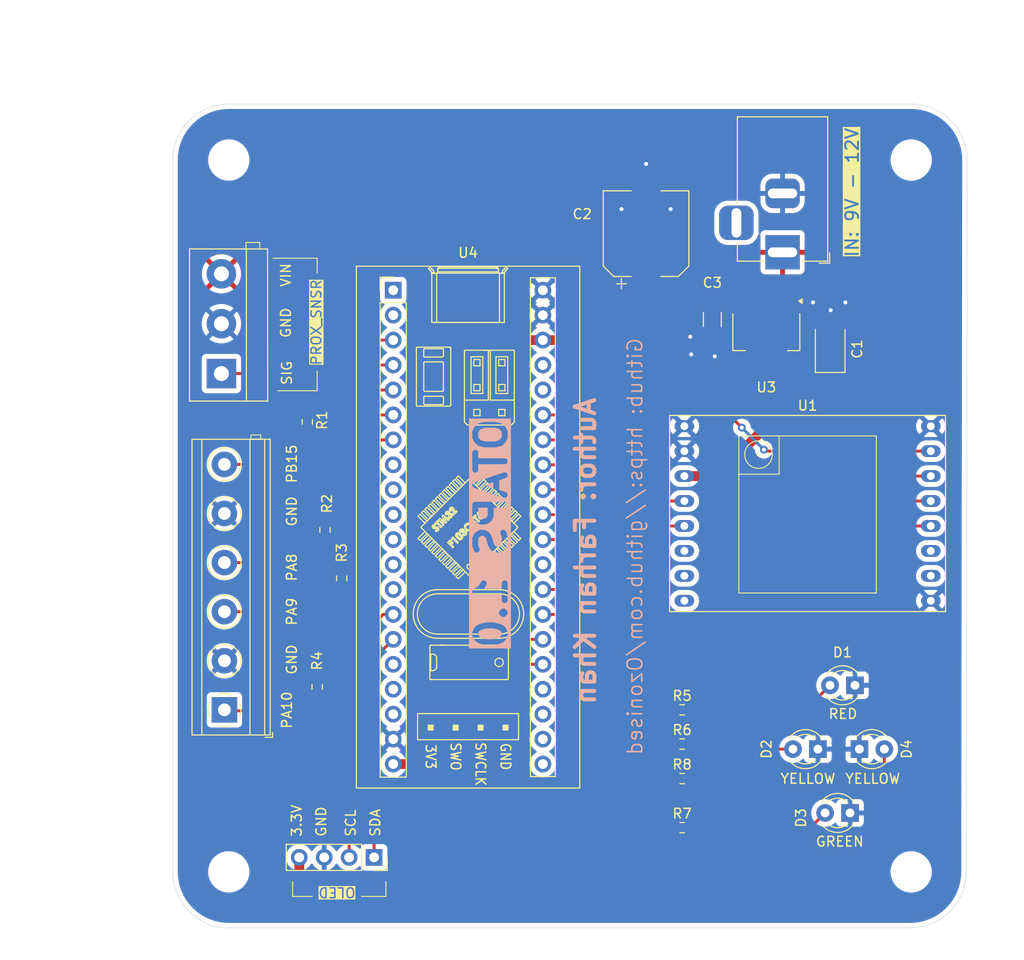
<source format=kicad_pcb>
(kicad_pcb (version 20240108) (generator "pcbnew") (generator_version "8.0")
  (title_block (title "OTAPS (Open Source Train Accident Prevention System)") (date "2024-07-20") (rev "1") (company "Ozonised") (comment 2 "License: GNU General Public License version 3") (comment 3 "Github: https://github.com/Ozonised/OTAPS") (comment 4 "Author: Farhan Khan"))
  (layers (0 "F.Cu" signal) (31 "B.Cu" power) (34 "B.Paste" user) (35 "F.Paste" user) (36 "B.SilkS" user "B.Silkscreen") (37 "F.SilkS" user "F.Silkscreen") (38 "B.Mask" user) (39 "F.Mask" user) (44 "Edge.Cuts" user))
  (net 0 "")
  (net 1 "GND")
  (net 2 "+3.3V")
  (net 3 "VIN")
  (net 4 "/LED_RED")
  (net 5 "/LED_YELLOW1")
  (net 6 "/LED_GREEN")
  (net 7 "/LED_YELLOW2")
  (net 8 "/I2C_SDA")
  (net 9 "/I2C_SCL")
  (net 10 "/PROX_SNSR_OUT")
  (net 11 "/PB15")
  (net 12 "/PA8")
  (net 13 "/PA10")
  (net 14 "/PA9")
  (net 15 "/PB15R")
  (net 16 "/PA8R")
  (net 17 "/PA9R")
  (net 18 "/PA10R")
  (net 19 "/R_RED")
  (net 20 "/R_YELLOW1")
  (net 21 "/R_GREEN")
  (net 22 "/R_YELLOW2")
  (net 25 "/SPI_SCK")
  (net 26 "/LORA_NSS")
  (net 27 "/SPI_MISO")
  (net 29 "/LORA_DIO0")
  (net 30 "/SPI_MOSI")
  (net 33 "/LORA_RST")
  (footprint "Package_TO_SOT_SMD:SOT-223-3_TabPin2" (layer "F.Cu") (at 170.25 73.5 -90)
    (property "Reference" "U3" (at 5.65 0 0) (layer "F.SilkS"))
    (property "Value" "AMS1117-3.3")
    (pad "1" smd roundrect (at -3.15 -2.3 270) (size 2 1.5) (layers "F.Cu" "F.Paste" "F.Mask") (net 1 "GND"))
    (pad "2" smd roundrect (at -3.15 0 270) (size 2 1.5) (layers "F.Cu" "F.Paste" "F.Mask") (net 2 "+3.3V"))
    (pad "2" smd roundrect (at 3.15 0 270) (size 2 3.8) (layers "F.Cu" "F.Paste" "F.Mask") (net 2 "+3.3V"))
    (pad "3" smd roundrect (at -3.15 2.3 270) (size 2 1.5) (layers "F.Cu" "F.Paste" "F.Mask") (net 3 "VIN"))
  )
  (footprint "BluePill:YAAJ_BluePill_1" (layer "F.Cu") (at 132.25 69.26)
    (property "Reference" "U4" (at 7.62 -3.81 0) (layer "F.SilkS"))
    (property "Value" "YAAJ_BluePill_Part_Like" (hide yes))
    (fp_text user "SWO" (at 6.35 47.498 -90) (layer "F.SilkS") (effects (font (size 1 0.9))))
    (fp_text user "GND" (at 11.43 47.498 -90) (layer "F.SilkS") (effects (font (size 1 0.9))))
    (fp_text user "SWCLK" (at 8.89 48.26 -90) (layer "F.SilkS") (effects (font (size 1 0.9))))
    (fp_text user "3V3" (at 3.81 47.498 -90) (layer "F.SilkS") (effects (font (size 1 0.9))))
    (pad "1" thru_hole rect (at 0 0) (size 1.7 1.7) (drill 1) (layers "*.Cu" "*.Mask"))
    (pad "2" thru_hole circle (at 0 2.54) (size 1.7 1.7) (drill 1) (layers "*.Cu" "*.Mask"))
    (pad "3" thru_hole circle (at 0 5.08) (size 1.7 1.7) (drill 1) (layers "*.Cu" "*.Mask") (net 10 "/PROX_SNSR_OUT"))
    (pad "4" thru_hole circle (at 0 7.62) (size 1.7 1.7) (drill 1) (layers "*.Cu" "*.Mask") (net 15 "/PB15R"))
    (pad "5" thru_hole circle (at 0 10.16) (size 1.7 1.7) (drill 1) (layers "*.Cu" "*.Mask") (net 16 "/PA8R"))
    (pad "6" thru_hole circle (at 0 12.7) (size 1.7 1.7) (drill 1) (layers "*.Cu" "*.Mask") (net 17 "/PA9R"))
    (pad "7" thru_hole circle (at 0 15.24) (size 1.7 1.7) (drill 1) (layers "*.Cu" "*.Mask") (net 18 "/PA10R"))
    (pad "8" thru_hole circle (at 0 17.78) (size 1.7 1.7) (drill 1) (layers "*.Cu" "*.Mask"))
    (pad "9" thru_hole circle (at 0 20.32) (size 1.7 1.7) (drill 1) (layers "*.Cu" "*.Mask"))
    (pad "10" thru_hole circle (at 0 22.86) (size 1.7 1.7) (drill 1) (layers "*.Cu" "*.Mask"))
    (pad "11" thru_hole circle (at 0 25.4) (size 1.7 1.7) (drill 1) (layers "*.Cu" "*.Mask"))
    (pad "12" thru_hole circle (at 0 27.94) (size 1.7 1.7) (drill 1) (layers "*.Cu" "*.Mask"))
    (pad "13" thru_hole circle (at 0 30.48) (size 1.7 1.7) (drill 1) (layers "*.Cu" "*.Mask"))
    (pad "14" thru_hole circle (at 0 33.02) (size 1.7 1.7) (drill 1) (layers "*.Cu" "*.Mask") (net 9 "/I2C_SCL"))
    (pad "15" thru_hole circle (at 0 35.56) (size 1.7 1.7) (drill 1) (layers "*.Cu" "*.Mask") (net 8 "/I2C_SDA"))
    (pad "16" thru_hole circle (at 0 38.1) (size 1.7 1.7) (drill 1) (layers "*.Cu" "*.Mask"))
    (pad "17" thru_hole circle (at 0 40.64) (size 1.7 1.7) (drill 1) (layers "*.Cu" "*.Mask"))
    (pad "18" thru_hole circle (at 0 43.18) (size 1.7 1.7) (drill 1) (layers "*.Cu" "*.Mask"))
    (pad "19" thru_hole circle (at 0 45.72) (size 1.7 1.7) (drill 1) (layers "*.Cu" "*.Mask") (net 1 "GND"))
    (pad "20" thru_hole circle (at 0 48.26) (size 1.7 1.7) (drill 1) (layers "*.Cu" "*.Mask") (net 2 "+3.3V"))
    (pad "21" thru_hole circle (at 15.24 48.26) (size 1.7 1.7) (drill 1) (layers "*.Cu" "*.Mask"))
    (pad "22" thru_hole circle (at 15.24 45.72) (size 1.7 1.7) (drill 1) (layers "*.Cu" "*.Mask"))
    (pad "23" thru_hole circle (at 15.24 43.18) (size 1.7 1.7) (drill 1) (layers "*.Cu" "*.Mask"))
    (pad "24" thru_hole circle (at 15.24 40.64) (size 1.7 1.7) (drill 1) (layers "*.Cu" "*.Mask"))
    (pad "25" thru_hole circle (at 15.24 38.1) (size 1.7 1.7) (drill 1) (layers "*.Cu" "*.Mask") (net 22 "/R_YELLOW2"))
    (pad "26" thru_hole circle (at 15.24 35.56) (size 1.7 1.7) (drill 1) (layers "*.Cu" "*.Mask") (net 21 "/R_GREEN"))
    (pad "27" thru_hole circle (at 15.24 33.02) (size 1.7 1.7) (drill 1) (layers "*.Cu" "*.Mask") (net 20 "/R_YELLOW1"))
    (pad "28" thru_hole circle (at 15.24 30.48) (size 1.7 1.7) (drill 1) (layers "*.Cu" "*.Mask") (net 19 "/R_RED"))
    (pad "29" thru_hole circle (at 15.24 27.94) (size 1.7 1.7) (drill 1) (layers "*.Cu" "*.Mask"))
    (pad "30" thru_hole circle (at 15.24 25.4) (size 1.7 1.7) (drill 1) (layers "*.Cu" "*.Mask") (net 25 "/SPI_SCK"))
    (pad "31" thru_hole circle (at 15.24 22.86) (size 1.7 1.7) (drill 1) (layers "*.Cu" "*.Mask") (net 27 "/SPI_MISO"))
    (pad "32" thru_hole circle (at 15.24 20.32) (size 1.7 1.7) (drill 1) (layers "*.Cu" "*.Mask") (net 30 "/SPI_MOSI"))
    (pad "33" thru_hole circle (at 15.24 17.78) (size 1.7 1.7) (drill 1) (layers "*.Cu" "*.Mask") (net 29 "/LORA_DIO0"))
    (pad "34" thru_hole circle (at 15.24 15.24) (size 1.7 1.7) (drill 1) (layers "*.Cu" "*.Mask") (net 33 "/LORA_RST"))
    (pad "35" thru_hole circle (at 15.24 12.7) (size 1.7 1.7) (drill 1) (layers "*.Cu" "*.Mask") (net 26 "/LORA_NSS"))
    (pad "36" thru_hole circle (at 15.24 10.16) (size 1.7 1.7) (drill 1) (layers "*.Cu" "*.Mask"))
    (pad "37" thru_hole circle (at 15.24 7.62) (size 1.7 1.7) (drill 1) (layers "*.Cu" "*.Mask"))
    (pad "38" thru_hole circle (at 15.24 5.08) (size 1.7 1.7) (drill 1) (layers "*.Cu" "*.Mask") (net 2 "+3.3V"))
    (pad "39" thru_hole circle (at 15.24 2.54) (size 1.7 1.7) (drill 1) (layers "*.Cu" "*.Mask") (net 1 "GND"))
    (pad "40" thru_hole circle (at 15.24 0) (size 1.7 1.7) (drill 1) (layers "*.Cu" "*.Mask") (net 1 "GND"))
  )
  (footprint "LED_THT:LED_D3.0mm" (layer "F.Cu") (at 178.775 122.5 180)
    (property "Reference" "D3" (at 5 -0.5 90) (layer "F.SilkS"))
    (property "Value" "GREEN")
    (pad "1" thru_hole rect (at 0 0 180) (size 1.8 1.8) (drill 0.9) (layers "*.Cu" "*.Mask") (net 1 "GND"))
    (pad "2" thru_hole circle (at 2.54 0 180) (size 1.8 1.8) (drill 0.9) (layers "*.Cu" "*.Mask") (net 6 "/LED_GREEN"))
  )
  (footprint "MountingHole:MountingHole_3.2mm_M3" (layer "F.Cu") (at 185 128.5)
    (property "Reference" "H4")
    (property "Value" "M3")
    (pad "" np_thru_hole circle (at 0 0) (size 3.2 3.2) (drill 3.2) (layers "*.Cu" "*.Mask"))
  )
  (footprint "Resistor_SMD:R_0603_1608Metric" (layer "F.Cu") (at 123.5 82.675 90)
    (property "Reference" "R1" (at 0.175 1.5 -90) (layer "F.SilkS"))
    (property "Value" "330")
    (pad "1" smd roundrect (at -0.825 0 90) (size 0.8 0.95) (layers "F.Cu" "F.Paste" "F.Mask") (net 11 "/PB15"))
    (pad "2" smd roundrect (at 0.825 0 90) (size 0.8 0.95) (layers "F.Cu" "F.Paste" "F.Mask") (net 15 "/PB15R"))
  )
  (footprint "Capacitor_Tantalum_SMD:CP_EIA-3528-15_AVX-H_Pad1.50x2.35mm_HandSolder" (layer "F.Cu") (at 176.75 75 90)
    (property "Reference" "C1" (at -0.25 2.75 90) (layer "F.SilkS"))
    (property "Value" "22uF")
    (pad "1" smd roundrect (at -1.625 0 90) (size 1.5 2.35) (layers "F.Cu" "F.Paste" "F.Mask") (roundrect_rratio 0.166667) (net 2 "+3.3V"))
    (pad "2" smd roundrect (at 1.625 0 90) (size 1.5 2.35) (layers "F.Cu" "F.Paste" "F.Mask") (roundrect_rratio 0.166667) (net 1 "GND"))
  )
  (footprint "LED_THT:LED_D3.0mm" (layer "F.Cu") (at 175.5 116 180)
    (property "Reference" "D2" (at 5.235 0 90) (layer "F.SilkS"))
    (property "Value" "YELLOW")
    (pad "1" thru_hole rect (at 0 0 180) (size 1.8 1.8) (drill 0.9) (layers "*.Cu" "*.Mask") (net 1 "GND"))
    (pad "2" thru_hole circle (at 2.54 0 180) (size 1.8 1.8) (drill 0.9) (layers "*.Cu" "*.Mask") (net 5 "/LED_YELLOW1"))
  )
  (footprint "Connector_PinSocket_2.54mm:PinSocket_1x04_P2.54mm_Vertical" (layer "F.Cu") (at 130.3 127.025 -90)
    (property "Reference" "J1")
    (property "Value" "Conn_01x04_Socket")
    (pad "1" thru_hole rect (at 0 0 270) (size 1.7 1.7) (drill 1) (layers "*.Cu" "*.Mask") (net 8 "/I2C_SDA"))
    (pad "2" thru_hole oval (at 0 2.54 270) (size 1.7 1.7) (drill 1) (layers "*.Cu" "*.Mask") (net 9 "/I2C_SCL"))
    (pad "3" thru_hole oval (at 0 5.08 270) (size 1.7 1.7) (drill 1) (layers "*.Cu" "*.Mask") (net 1 "GND"))
    (pad "4" thru_hole oval (at 0 7.62 270) (size 1.7 1.7) (drill 1) (layers "*.Cu" "*.Mask") (net 2 "+3.3V"))
  )
  (footprint "MountingHole:MountingHole_3.2mm_M3" (layer "F.Cu") (at 185 56)
    (property "Reference" "H2")
    (property "Value" "M3")
    (pad "" np_thru_hole circle (at 0 0) (size 3.2 3.2) (drill 3.2) (layers "*.Cu" "*.Mask"))
  )
  (footprint "Resistor_SMD:R_0603_1608Metric" (layer "F.Cu") (at 161.675 119)
    (property "Reference" "R8" (at 0 -1.43 0) (layer "F.SilkS"))
    (property "Value" "330")
    (pad "1" smd roundrect (at -0.825 0) (size 0.8 0.95) (layers "F.Cu" "F.Paste" "F.Mask") (net 22 "/R_YELLOW2"))
    (pad "2" smd roundrect (at 0.825 0) (size 0.8 0.95) (layers "F.Cu" "F.Paste" "F.Mask") (net 7 "/LED_YELLOW2"))
  )
  (footprint "Capacitor_SMD:CP_Elec_8x10.5" (layer "F.Cu") (at 158 63.5 90)
    (property "Reference" "C2" (at 2 -6.5 0) (layer "F.SilkS"))
    (property "Value" "220uF")
    (pad "1" smd roundrect (at -3.7 0 90) (size 4.4 2.5) (layers "F.Cu" "F.Paste" "F.Mask") (roundrect_rratio 0.1) (net 3 "VIN"))
    (pad "2" smd roundrect (at 3.7 0 90) (size 4.4 2.5) (layers "F.Cu" "F.Paste" "F.Mask") (roundrect_rratio 0.1) (net 1 "GND"))
  )
  (footprint "Connector_BarrelJack:BarrelJack_Horizontal" (layer "F.Cu") (at 171.9 65.4 -90)
    (property "Reference" "J2")
    (property "Value" "Barrel_Jack_MountingPin")
    (pad "1" thru_hole rect (at 0 0 270) (size 3.5 3.5) (drill oval 1 3) (layers "*.Cu" "*.Mask") (net 3 "VIN"))
    (pad "2" thru_hole roundrect (at -6 0 270) (size 3 3.5) (drill oval 1 3) (layers "*.Cu" "*.Mask") (net 1 "GND"))
    (pad "3" thru_hole roundrect (at -3 4.7 270) (size 3.5 3.5) (drill oval 3 1) (layers "*.Cu" "*.Mask"))
  )
  (footprint "Resistor_SMD:R_0603_1608Metric" (layer "F.Cu") (at 161.675 115.48)
    (property "Reference" "R6" (at 0 -1.43 0) (layer "F.SilkS"))
    (property "Value" "330")
    (pad "1" smd roundrect (at -0.825 0) (size 0.8 0.95) (layers "F.Cu" "F.Paste" "F.Mask") (net 20 "/R_YELLOW1"))
    (pad "2" smd roundrect (at 0.825 0) (size 0.8 0.95) (layers "F.Cu" "F.Paste" "F.Mask") (net 5 "/LED_YELLOW1"))
  )
  (footprint "Capacitor_SMD:C_1206_3216Metric_Pad1.33x1.80mm_HandSolder" (layer "F.Cu") (at 164.75 72.25 -90)
    (property "Reference" "C3" (at -3.75 0 180) (layer "F.SilkS"))
    (property "Value" "1uF")
    (pad "1" smd roundrect (at -1.5625 0 270) (size 1.325 1.8) (layers "F.Cu" "F.Paste" "F.Mask") (roundrect_rratio 0.188679) (net 3 "VIN"))
    (pad "2" smd roundrect (at 1.5625 0 270) (size 1.325 1.8) (layers "F.Cu" "F.Paste" "F.Mask") (roundrect_rratio 0.188679) (net 1 "GND"))
  )
  (footprint "Resistor_SMD:R_0603_1608Metric" (layer "F.Cu") (at 125.3 93.675 90)
    (property "Reference" "R2" (at 2.675 0.2 90) (layer "F.SilkS"))
    (property "Value" "330")
    (pad "1" smd roundrect (at -0.825 0 90) (size 0.8 0.95) (layers "F.Cu" "F.Paste" "F.Mask") (net 12 "/PA8"))
    (pad "2" smd roundrect (at 0.825 0 90) (size 0.8 0.95) (layers "F.Cu" "F.Paste" "F.Mask") (net 16 "/PA8R"))
  )
  (footprint "Resistor_SMD:R_0603_1608Metric" (layer "F.Cu") (at 161.675 124)
    (property "Reference" "R7" (at 0 -1.43 0) (layer "F.SilkS"))
    (property "Value" "330")
    (pad "1" smd roundrect (at -0.825 0) (size 0.8 0.95) (layers "F.Cu" "F.Paste" "F.Mask") (net 21 "/R_GREEN"))
    (pad "2" smd roundrect (at 0.825 0) (size 0.8 0.95) (layers "F.Cu" "F.Paste" "F.Mask") (net 6 "/LED_GREEN"))
  )
  (footprint "LED_THT:LED_D3.0mm" (layer "F.Cu") (at 179.725 116)
    (property "Reference" "D4" (at 4.815 0 90) (layer "F.SilkS"))
    (property "Value" "YELLOW")
    (pad "1" thru_hole rect (at 0 0) (size 1.8 1.8) (drill 0.9) (layers "*.Cu" "*.Mask") (net 1 "GND"))
    (pad "2" thru_hole circle (at 2.54 0) (size 1.8 1.8) (drill 0.9) (layers "*.Cu" "*.Mask") (net 7 "/LED_YELLOW2"))
  )
  (footprint "Screw_Terminal_01x03:Screw_Terminal_01x03" (layer "F.Cu") (at 114.75 77.75 90)
    (property "Reference" "J3")
    (property "Value" "Screw_Terminal_01x03")
    (pad "1" thru_hole rect (at 0 0 90) (size 3 3) (drill 1.52) (layers "*.Cu" "*.Mask") (net 10 "/PROX_SNSR_OUT"))
    (pad "2" thru_hole circle (at 5.08 0 90) (size 3 3) (drill 1.52) (layers "*.Cu" "*.Mask") (net 1 "GND"))
    (pad "3" thru_hole circle (at 10.16 0 90) (size 3 3) (drill 1.52) (layers "*.Cu" "*.Mask") (net 3 "VIN"))
  )
  (footprint "Resistor_SMD:R_0603_1608Metric" (layer "F.Cu") (at 161.675 112)
    (property "Reference" "R5" (at 0 -1.43 0) (layer "F.SilkS"))
    (property "Value" "330")
    (pad "1" smd roundrect (at -0.825 0) (size 0.8 0.95) (layers "F.Cu" "F.Paste" "F.Mask") (net 19 "/R_RED"))
    (pad "2" smd roundrect (at 0.825 0) (size 0.8 0.95) (layers "F.Cu" "F.Paste" "F.Mask") (net 4 "/LED_RED"))
  )
  (footprint "LED_THT:LED_D3.0mm" (layer "F.Cu") (at 179.275 109.5 180)
    (property "Reference" "D1" (at 1.27 3.35 0) (layer "F.SilkS"))
    (property "Value" "RED")
    (pad "1" thru_hole rect (at 0 0 180) (size 1.8 1.8) (drill 0.9) (layers "*.Cu" "*.Mask") (net 1 "GND"))
    (pad "2" thru_hole circle (at 2.54 0 180) (size 1.8 1.8) (drill 0.9) (layers "*.Cu" "*.Mask") (net 4 "/LED_RED"))
  )
  (footprint "MountingHole:MountingHole_3.2mm_M3" (layer "F.Cu") (at 115.5 56)
    (property "Reference" "H1")
    (property "Value" "M3")
    (pad "" np_thru_hole circle (at 0 0) (size 3.2 3.2) (drill 3.2) (layers "F&B.Cu" "*.Mask"))
  )
  (footprint "LoRa_Ra-02_module:DIP-16_988_ELL" (layer "F.Cu") (at 174.45 92 -90)
    (property "Reference" "U1" (at -10.99 0 0) (layer "F.SilkS"))
    (property "Value" "LoRa_Ra-02_module")
    (pad "1" thru_hole oval (at -8.89 12.55 270) (size 1.2 2) (drill 0.8) (layers "*.Cu" "*.Mask") (net 1 "GND"))
    (pad "2" thru_hole oval (at -6.35 12.55 270) (size 1.2 2) (drill 0.8) (layers "*.Cu" "*.Mask") (net 1 "GND"))
    (pad "3" thru_hole oval (at -3.81 12.55 270) (size 1.2 2) (drill 0.8) (layers "*.Cu" "*.Mask") (net 2 "+3.3V"))
    (pad "4" thru_hole oval (at -1.27 12.55 270) (size 1.2 2) (drill 0.8) (layers "*.Cu" "*.Mask") (net 33 "/LORA_RST"))
    (pad "5" thru_hole oval (at 1.27 12.55 270) (size 1.2 2) (drill 0.8) (layers "*.Cu" "*.Mask") (net 29 "/LORA_DIO0"))
    (pad "6" thru_hole oval (at 3.81 12.55 270) (size 1.2 2) (drill 0.8) (layers "*.Cu" "*.Mask"))
    (pad "7" thru_hole oval (at 6.35 12.55 270) (size 1.2 2) (drill 0.8) (layers "*.Cu" "*.Mask"))
    (pad "8" thru_hole oval (at 8.89 12.55 270) (size 1.2 2) (drill 0.8) (layers "*.Cu" "*.Mask"))
    (pad "9" thru_hole oval (at 8.89 -12.55 270) (size 1.2 2) (drill 0.8) (layers "*.Cu" "*.Mask") (net 1 "GND"))
    (pad "10" thru_hole oval (at 6.35 -12.55 270) (size 1.2 2) (drill 0.8) (layers "*.Cu" "*.Mask"))
    (pad "11" thru_hole oval (at 3.81 -12.55 270) (size 1.2 2) (drill 0.8) (layers "*.Cu" "*.Mask"))
    (pad "12" thru_hole oval (at 1.27 -12.55 270) (size 1.2 2) (drill 0.8) (layers "*.Cu" "*.Mask") (net 25 "/SPI_SCK"))
    (pad "13" thru_hole oval (at -1.27 -12.55 270) (size 1.2 2) (drill 0.8) (layers "*.Cu" "*.Mask") (net 27 "/SPI_MISO"))
    (pad "14" thru_hole oval (at -3.81 -12.55 270) (size 1.2 2) (drill 0.8) (layers "*.Cu" "*.Mask") (net 30 "/SPI_MOSI"))
    (pad "15" thru_hole oval (at -6.35 -12.55 270) (size 1.2 2) (drill 0.8) (layers "*.Cu" "*.Mask") (net 26 "/LORA_NSS"))
    (pad "16" thru_hole oval (at -8.89 -12.55 270) (size 1.2 2) (drill 0.8) (layers "*.Cu" "*.Mask") (net 1 "GND"))
  )
  (footprint "Resistor_SMD:R_0603_1608Metric" (layer "F.Cu") (at 127 98.6 90)
    (property "Reference" "R3" (at 2.6 0 90) (layer "F.SilkS"))
    (property "Value" "330")
    (pad "1" smd roundrect (at -0.825 0 90) (size 0.8 0.95) (layers "F.Cu" "F.Paste" "F.Mask") (net 14 "/PA9"))
    (pad "2" smd roundrect (at 0.825 0 90) (size 0.8 0.95) (layers "F.Cu" "F.Paste" "F.Mask") (net 17 "/PA9R"))
  )
  (footprint "MountingHole:MountingHole_3.2mm_M3" (layer "F.Cu") (at 115.5 128.5)
    (property "Reference" "H3")
    (property "Value" "M3")
    (pad "" np_thru_hole circle (at 0 0) (size 3.2 3.2) (drill 3.2) (layers "*.Cu" "*.Mask"))
  )
  (footprint "TerminalBlock_Phoenix:TerminalBlock_Phoenix_MKDS-1,5-6_1x06_P5.00mm_Horizontal" (layer "F.Cu") (at 115.055 112 90)
    (property "Reference" "J4")
    (property "Value" "Screw_Terminal_01x06")
    (pad "1" thru_hole rect (at 0 0 90) (size 2.6 2.6) (drill 1.3) (layers "*.Cu" "*.Mask") (net 13 "/PA10"))
    (pad "2" thru_hole circle (at 5 0 90) (size 2.6 2.6) (drill 1.3) (layers "*.Cu" "*.Mask") (net 1 "GND"))
    (pad "3" thru_hole circle (at 10 0 90) (size 2.6 2.6) (drill 1.3) (layers "*.Cu" "*.Mask") (net 14 "/PA9"))
    (pad "4" thru_hole circle (at 15 0 90) (size 2.6 2.6) (drill 1.3) (layers "*.Cu" "*.Mask") (net 12 "/PA8"))
    (pad "5" thru_hole circle (at 20 0 90) (size 2.6 2.6) (drill 1.3) (layers "*.Cu" "*.Mask") (net 1 "GND"))
    (pad "6" thru_hole circle (at 25 0 90) (size 2.6 2.6) (drill 1.3) (layers "*.Cu" "*.Mask") (net 11 "/PB15"))
  )
  (footprint "Resistor_SMD:R_0603_1608Metric" (layer "F.Cu") (at 124.5 109.675 90)
    (property "Reference" "R4" (at 2.675 0 90) (layer "F.SilkS"))
    (property "Value" "330")
    (pad "1" smd roundrect (at -0.825 0 90) (size 0.8 0.95) (layers "F.Cu" "F.Paste" "F.Mask") (net 13 "/PA10"))
    (pad "2" smd roundrect (at 0.825 0 90) (size 0.8 0.95) (layers "F.Cu" "F.Paste" "F.Mask") (net 18 "/PA10R"))
  )
  (gr_line (start 124 131) (end 122 131) (stroke (width 0.1)) (layer "F.SilkS"))
  (gr_line (start 120.5 79.5) (end 124.5 79.5) (stroke (width 0.1)) (layer "F.SilkS"))
  (gr_line (start 122 131) (end 122 129.5) (stroke (width 0.1)) (layer "F.SilkS"))
  (gr_line (start 131.5 129.5) (end 131.5 131) (stroke (width 0.1)) (layer "F.SilkS"))
  (gr_line (start 131.5 131) (end 129 131) (stroke (width 0.1)) (layer "F.SilkS"))
  (gr_line (start 124.5 66) (end 124.5 67.5) (stroke (width 0.1)) (layer "F.SilkS"))
  (gr_line (start 120 66) (end 124.5 66) (stroke (width 0.1)) (layer "F.SilkS"))
  (gr_line (start 124.5 79.5) (end 124.5 77.5) (stroke (width 0.1)) (layer "F.SilkS"))
  (gr_arc (start 115.500001 134.200876) (mid 111.468872 132.531128) (end 109.799124 128.499999) (stroke (width 0.05)) (layer "Edge.Cuts"))
  (gr_arc (start 109.799123 56) (mid 111.468871 51.968871) (end 115.5 50.299123) (stroke (width 0.05)) (layer "Edge.Cuts"))
  (gr_line (start 115.5 50.299123) (end 184.999999 50.299124) (stroke (width 0.05)) (layer "Edge.Cuts"))
  (gr_line (start 184.899999 134.200876) (end 115.500001 134.200876) (stroke (width 0.05)) (layer "Edge.Cuts"))
  (gr_line (start 190.700876 56.000001) (end 190.600876 128.499999) (stroke (width 0.05)) (layer "Edge.Cuts"))
  (gr_arc (start 190.600876 128.499999) (mid 188.931128 132.531128) (end 184.899999 134.200876) (stroke (width 0.05)) (layer "Edge.Cuts"))
  (gr_arc (start 184.999999 50.299124) (mid 189.031128 51.968872) (end 190.700876 56.000001) (stroke (width 0.05)) (layer "Edge.Cuts"))
  (gr_line (start 109.799124 128.499999) (end 109.799123 56) (stroke (width 0.05)) (layer "Edge.Cuts"))
  (gr_text "OTAPS 1.0" (at 144 82 90) (layer "B.SilkS" knockout) (effects (font (size 3 3) (thickness 0.6) (bold yes)) (justify left bottom mirror)))
  (gr_text "Author: Farhan Khan" (at 153 80 90) (layer "B.SilkS") (effects (font (size 2 2) (thickness 0.4) (bold yes)) (justify left bottom mirror)))
  (gr_text "Github: https://github.com/Ozonised" (at 157.75 74 90) (layer "B.SilkS") (effects (font (size 1.5 1.5) (thickness 0.16)) (justify left bottom mirror)))
  (gr_text "GND\n" (at 125.5 125 90) (layer "F.SilkS") (effects (font (size 1 1)) (justify left bottom)))
  (gr_text "SIG" (at 122 79 90) (layer "F.SilkS") (effects (font (size 1 1)) (justify left bottom)))
  (gr_text "IN: 9V - 12V" (at 179.75 66 90) (layer "F.SilkS" knockout) (effects (font (size 1.3 1.3) (thickness 0.2)) (justify left bottom)))
  (gr_text "PA9" (at 122.5 103.5 90) (layer "F.SilkS") (effects (font (size 1 1)) (justify left bottom)))
  (gr_text "PB15" (at 122.5 89 90) (layer "F.SilkS") (effects (font (size 1 1)) (justify left bottom)))
  (gr_text "PROX_SNSR\n" (at 125 77 90) (layer "F.SilkS" knockout) (effects (font (size 1 1)) (justify left bottom)))
  (gr_text "GND\n" (at 122.5 93.4 90) (layer "F.SilkS") (effects (font (size 1 1)) (justify left bottom)))
  (gr_text "YELLOW" (at 178.2 119.6 0) (layer "F.SilkS") (effects (font (size 1 1)) (justify left bottom)))
  (gr_text "3.3V" (at 123 125 90) (layer "F.SilkS") (effects (font (size 1 1)) (justify left bottom)))
  (gr_text "SCL\n" (at 128.5 125 90) (layer "F.SilkS") (effects (font (size 1 1)) (justify left bottom)))
  (gr_text "GREEN" (at 175.2 126 0) (layer "F.SilkS") (effects (font (size 1 1)) (justify left bottom)))
  (gr_text "OLED" (at 128.5 130 180) (layer "F.SilkS" knockout) (effects (font (size 1 1)) (justify left bottom)))
  (gr_text "RED" (at 176.5 113 0) (layer "F.SilkS") (effects (font (size 1 1)) (justify left bottom)))
  (gr_text "GND\n" (at 121.9 74.2 90) (layer "F.SilkS") (effects (font (size 1 1)) (justify left bottom)))
  (gr_text "PA10" (at 122 114 90) (layer "F.SilkS") (effects (font (size 1 1)) (justify left bottom)))
  (gr_text "GND\n" (at 122.5 108.5 90) (layer "F.SilkS") (effects (font (size 1 1)) (justify left bottom)))
  (gr_text "VIN" (at 121.9 69 90) (layer "F.SilkS") (effects (font (size 1 1)) (justify left bottom)))
  (gr_text "PA8" (at 122.5 99 90) (layer "F.SilkS") (effects (font (size 1 1)) (justify left bottom)))
  (gr_text "SDA" (at 131 125 90) (layer "F.SilkS") (effects (font (size 1 1)) (justify left bottom)))
  (gr_text "YELLOW" (at 171.6 119.6 0) (layer "F.SilkS") (effects (font (size 1 1)) (justify left bottom)))
  (segment (start 174.85 70.35) (end 175 70.5) (width 1) (layer "F.Cu") (net 1))
  (segment (start 172.55 70.35) (end 174.85 70.35) (width 1) (layer "F.Cu") (net 1))
  (via (at 176.8 71.3) (size 1) (drill 0.4) (layers "F.Cu" "B.Cu") (net 1))
  (via (at 178.3 70.5) (size 1) (drill 0.4) (layers "F.Cu" "B.Cu") (net 1))
  (via (at 155.5 61) (size 1) (drill 0.4) (layers "F.Cu" "B.Cu") (net 1))
  (via (at 165 76) (size 1) (drill 0.4) (layers "F.Cu" "B.Cu") (net 1))
  (via (at 162.6 75.8) (size 1) (drill 0.4) (layers "F.Cu" "B.Cu") (net 1))
  (via (at 158 56.4) (size 1) (drill 0.4) (layers "F.Cu" "B.Cu") (net 1))
  (via (at 175 70.5) (size 1) (drill 0.4) (layers "F.Cu" "B.Cu") (net 1))
  (via (at 162.5 74) (size 1) (drill 0.4) (layers "F.Cu" "B.Cu") (net 1))
  (via (at 160.5 61) (size 1) (drill 0.4) (layers "F.Cu" "B.Cu") (net 1))
  (segment (start 132.25 117.52) (end 134.98 117.52) (width 1) (layer "F.Cu") (net 2))
  (segment (start 135 131) (end 124.5 131) (width 1) (layer "F.Cu") (net 2))
  (segment (start 134.98 117.52) (end 138 114.5) (width 1) (layer "F.Cu") (net 2))
  (segment (start 138 81.5) (end 145.16 74.34) (width 1) (layer "F.Cu") (net 2))
  (segment (start 122.68 129.18) (end 122.68 127.025) (width 1) (layer "F.Cu") (net 2))
  (segment (start 158 78.5) (end 168.4 78.5) (width 1) (layer "F.Cu") (net 2))
  (segment (start 138 114.5) (end 138 128) (width 1) (layer "F.Cu") (net 2))
  (segment (start 138 128) (end 135 131) (width 1) (layer "F.Cu") (net 2))
  (segment (start 138 114.5) (end 138 81.5) (width 1) (layer "F.Cu") (net 2))
  (segment (start 153.84 74.34) (end 158 78.5) (width 1) (layer "F.Cu") (net 2))
  (segment (start 124.5 131) (end 122.68 129.18) (width 1) (layer "F.Cu") (net 2))
  (segment (start 168.4 78.5) (end 170.25 76.65) (width 1) (layer "F.Cu") (net 2))
  (segment (start 161.9 88.19) (end 165.185 88.19) (width 1) (layer "F.Cu") (net 2))
  (segment (start 165.185 88.19) (end 176.75 76.625) (width 1) (layer "F.Cu") (net 2))
  (segment (start 145.16 74.34) (end 147.49 74.34) (width 1) (layer "F.Cu") (net 2))
  (segment (start 170.25 70.35) (end 170.25 72.25) (width 1) (layer "F.Cu") (net 2))
  (segment (start 147.49 74.34) (end 153.84 74.34) (width 1) (layer "F.Cu") (net 2))
  (segment (start 176.735 109.5) (end 174.235 112) (width 0.3) (layer "F.Cu") (net 4))
  (segment (start 174.235 112) (end 162.5 112) (width 0.3) (layer "F.Cu") (net 4))
  (segment (start 172.96 116) (end 169.195 116) (width 0.3) (layer "F.Cu") (net 5))
  (segment (start 162.5 115.48) (end 168.675 115.48) (width 0.3) (layer "F.Cu") (net 5))
  (segment (start 169.195 116) (end 168.675 115.48) (width 0.3) (layer "F.Cu") (net 5))
  (segment (start 174.735 124) (end 162.5 124) (width 0.3) (layer "F.Cu") (net 6))
  (segment (start 176.235 122.5) (end 174.735 124) (width 0.3) (layer "F.Cu") (net 6))
  (segment (start 162.5 119) (end 180.765 119) (width 0.3) (layer "F.Cu") (net 7))
  (segment (start 180.765 119) (end 182.265 117.5) (width 0.3) (layer "F.Cu") (net 7))
  (segment (start 182.265 116) (end 182.265 117.5) (width 0.3) (layer "F.Cu") (net 7))
  (segment (start 130.3 127.025) (end 130.3 120.8) (width 0.3) (layer "F.Cu") (net 8))
  (segment (start 129 119.5) (end 129 108.07) (width 0.3) (layer "F.Cu") (net 8))
  (segment (start 129 108.07) (end 132.25 104.82) (width 0.3) (layer "F.Cu") (net 8))
  (segment (start 130.3 120.8) (end 129 119.5) (width 0.3) (layer "F.Cu") (net 8))
  (segment (start 131.22 102.28) (end 132.25 102.28) (width 0.3) (layer "F.Cu") (net 9))
  (segment (start 126.5 107) (end 131.22 102.28) (width 0.3) (layer "F.Cu") (net 9))
  (segment (start 127.76 122.76) (end 126.5 121.5) (width 0.3) (layer "F.Cu") (net 9))
  (segment (start 127.76 127.025) (end 127.76 122.76) (width 0.3) (layer "F.Cu") (net 9))
  (segment (start 126.5 121.5) (end 126.5 107) (width 0.3) (layer "F.Cu") (net 9))
  (segment (start 132.25 74.34) (end 125.16 74.34) (width 0.3) (layer "F.Cu") (net 10))
  (segment (start 121.75 77.75) (end 114.75 77.75) (width 0.3) (layer "F.Cu") (net 10))
  (segment (start 125.16 74.34) (end 121.75 77.75) (width 0.3) (layer "F.Cu") (net 10))
  (segment (start 122.5 87) (end 115.055 87) (width 0.3) (layer "F.Cu") (net 11))
  (segment (start 123.5 86) (end 122.5 87) (width 0.3) (layer "F.Cu") (net 11))
  (segment (start 123.5 83.5) (end 123.5 86) (width 0.3) (layer "F.Cu") (net 11))
  (segment (start 115.055 97) (end 124 97) (width 0.3) (layer "F.Cu") (net 12))
  (segment (start 125.3 95.7) (end 125.3 94.7) (width 0.3) (layer "F.Cu") (net 12))
  (segment (start 125.3 94.7) (end 125.5 94.5) (width 0.3) (layer "F.Cu") (net 12))
  (segment (start 124 97) (end 125.3 95.7) (width 0.3) (layer "F.Cu") (net 12))
  (segment (start 115.055 112) (end 115.155 112.1) (width 0.3) (layer "F.Cu") (net 13))
  (segment (start 123.9 112.1) (end 124.5 111.5) (width 0.3) (layer "F.Cu") (net 13))
  (segment (start 124.5 111.5) (end 124.5 110.5) (width 0.3) (layer "F.Cu") (net 13))
  (segment (start 115.155 112.1) (end 123.9 112.1) (width 0.3) (layer "F.Cu") (net 13))
  (segment (start 115.055 102) (end 126 102) (width 0.3) (layer "F.Cu") (net 14))
  (segment (start 126 102) (end 127 101) (width 0.3) (layer "F.Cu") (net 14))
  (segment (start 127 101) (end 127 99.825) (width 0.3) (layer "F.Cu") (net 14))
  (segment (start 123.5 81.85) (end 123.5 81.5) (width 0.3) (layer "F.Cu") (net 15))
  (segment (start 132.25 76.88) (end 128.12 76.88) (width 0.3) (layer "F.Cu") (net 15))
  (segment (start 128.12 76.88) (end 123.5 81.5) (width 0.3) (layer "F.Cu") (net 15))
  (segment (start 129.18 79.42) (end 125.3 83.3) (width 0.3) (layer "F.Cu") (net 16))
  (segment (start 132.25 79.42) (end 129.18 79.42) (width 0.3) (layer "F.Cu") (net 16))
  (segment (start 125.3 83.3) (end 125.3 92.65) (width 0.3) (layer "F.Cu") (net 16))
  (segment (start 125.3 92.65) (end 125.5 92.85) (width 0.3) (layer "F.Cu") (net 16))
  (segment (start 127 84.8) (end 129.84 81.96) (width 0.3) (layer "F.Cu") (net 17))
  (segment (start 127 97.775) (end 127 84.8) (width 0.3) (layer "F.Cu") (net 17))
  (segment (start 129.84 81.96) (end 132.25 81.96) (width 0.3) (layer "F.Cu") (net 17))
  (segment (start 131 84.5) (end 128.5 87) (width 0.3) (layer "F.Cu") (net 18))
  (segment (start 132.25 84.5) (end 131 84.5) (width 0.3) (layer "F.Cu") (net 18))
  (segment (start 128.5 102) (end 124.5 106) (width 0.3) (layer "F.Cu") (net 18))
  (segment (start 128.5 102) (end 128.5 87) (width 0.3) (layer "F.Cu") (net 18))
  (segment (start 124.5 106) (end 124.5 108.85) (width 0.3) (layer "F.Cu") (net 18))
  (segment (start 147.49 99.74) (end 149.74 99.74) (width 0.3) (layer "F.Cu") (net 19))
  (segment (start 158 112) (end 160.85 112) (width 0.3) (layer "F.Cu") (net 19))
  (segment (start 149.74 99.74) (end 151.25 101.25) (width 0.3) (layer "F.Cu") (net 19))
  (segment (start 151.25 105.25) (end 158 112) (width 0.3) (layer "F.Cu") (net 19))
  (segment (start 151.25 101.25) (end 151.25 105.25) (width 0.3) (layer "F.Cu") (net 19))
  (segment (start 150 102.5) (end 150 107.25) (width 0.3) (layer "F.Cu") (net 20))
  (segment (start 150 107.25) (end 158.23 115.48) (width 0.3) (layer "F.Cu") (net 20))
  (segment (start 158.23 115.48) (end 160.85 115.48) (width 0.3) (layer "F.Cu") (net 20))
  (segment (start 149.78 102.28) (end 150 102.5) (width 0.3) (layer "F.Cu") (net 20))
  (segment (start 147.49 102.28) (end 149.78 102.28) (width 0.3) (layer "F.Cu") (net 20))
  (segment (start 144.68 104.82) (end 147.49 104.82) (width 0.3) (layer "F.Cu") (net 21))
  (segment (start 160.85 124) (end 145 124) (width 0.3) (layer "F.Cu") (net 21))
  (segment (start 145 124) (end 141.5 120.5) (width 0.3) (layer "F.Cu") (net 21))
  (segment (start 141.5 108) (end 144.68 104.82) (width 0.3) (layer "F.Cu") (net 21))
  (segment (start 141.5 120.5) (end 141.5 108) (width 0.3) (layer "F.Cu") (net 21))
  (segment (start 147.49 107.36) (end 145.64 107.36) (width 0.3) (layer "F.Cu") (net 22))
  (segment (start 145.64 107.36) (end 144 109) (width 0.3) (layer "F.Cu") (net 22))
  (segment (start 160 119) (end 160.85 119) (width 0.3) (layer "F.Cu") (net 22))
  (segment (start 146 121.5) (end 157.5 121.5) (width 0.3) (layer "F.Cu") (net 22))
  (segment (start 144 109) (end 144 119.5) (width 0.3) (layer "F.Cu") (net 22))
  (segment (start 157.5 121.5) (end 160 119) (width 0.3) (layer "F.Cu") (net 22))
  (segment (start 144 119.5) (end 146 121.5) (width 0.3) (layer "F.Cu") (net 22))
  (segment (start 158.25 109) (end 168.5 109) (width 0.3) (layer "F.Cu") (net 25))
  (segment (start 153 97.5) (end 153 103.75) (width 0.3) (layer "F.Cu") (net 25))
  (segment (start 168.5 109) (end 184.23 93.27) (width 0.3) (layer "F.Cu") (net 25))
  (segment (start 184.23 93.27) (end 187 93.27) (width 0.3) (layer "F.Cu") (net 25))
  (segment (start 150.16 94.66) (end 153 97.5) (width 0.3) (layer "F.Cu") (net 25))
  (segment (start 153 103.75) (end 158.25 109) (width 0.3) (layer "F.Cu") (net 25))
  (segment (start 147.49 94.66) (end 150.16 94.66) (width 0.3) (layer "F.Cu") (net 25))
  (segment (start 170 85.5) (end 170.15 85.65) (width 0.3) (layer "F.Cu") (net 26))
  (segment (start 170.15 85.65) (end 187 85.65) (width 0.3) (layer "F.Cu") (net 26))
  (segment (start 167.75 83.25) (end 166 81.5) (width 0.3) (layer "F.Cu") (net 26))
  (segment (start 166 81.5) (end 152.5 81.5) (width 0.3) (layer "F.Cu") (net 26))
  (segment (start 152.04 81.96) (end 147.49 81.96) (width 0.3) (layer "F.Cu") (net 26))
  (segment (start 152.5 81.5) (end 152.04 81.96) (width 0.3) (layer "F.Cu") (net 26))
  (via (at 170 85.5) (size 0.8) (drill 0.4) (layers "F.Cu" "B.Cu") (net 26))
  (via (at 167.75 83.25) (size 0.8) (drill 0.4) (layers "F.Cu" "B.Cu") (net 26))
  (segment (start 167.75 83.25) (end 170 85.5) (width 0.3) (layer "B.Cu") (net 26))
  (segment (start 147.49 92.12) (end 151.12 92.12) (width 0.3) (layer "F.Cu") (net 27))
  (segment (start 159.5 106.5) (end 166.25 106.5) (width 0.3) (layer "F.Cu") (net 27))
  (segment (start 151.12 92.12) (end 155.5 96.5) (width 0.3) (layer "F.Cu") (net 27))
  (segment (start 182.02 90.73) (end 187 90.73) (width 0.3) (layer "F.Cu") (net 27))
  (segment (start 155.5 96.5) (end 155.5 102.5) (width 0.3) (layer "F.Cu") (net 27))
  (segment (start 155.5 102.5) (end 159.5 106.5) (width 0.3) (layer "F.Cu") (net 27))
  (segment (start 166.25 106.5) (end 182.02 90.73) (width 0.3) (layer "F.Cu") (net 27))
  (segment (start 161.9 93.27) (end 159.77 93.27) (width 0.3) (layer "F.Cu") (net 29))
  (segment (start 153.54 87.04) (end 147.49 87.04) (width 0.3) (layer "F.Cu") (net 29))
  (segment (start 159.77 93.27) (end 153.54 87.04) (width 0.3) (layer "F.Cu") (net 29))
  (segment (start 152.58 89.58) (end 158.5 95.5) (width 0.3) (layer "F.Cu") (net 30))
  (segment (start 160.5 104) (end 164 104) (width 0.3) (layer "F.Cu") (net 30))
  (segment (start 179.81 88.19) (end 187 88.19) (width 0.3) (layer "F.Cu") (net 30))
  (segment (start 158.5 102) (end 160.5 104) (width 0.3) (layer "F.Cu") (net 30))
  (segment (start 164 104) (end 179.81 88.19) (width 0.3) (layer "F.Cu") (net 30))
  (segment (start 147.49 89.58) (end 152.58 89.58) (width 0.3) (layer "F.Cu") (net 30))
  (segment (start 158.5 95.5) (end 158.5 102) (width 0.3) (layer "F.Cu") (net 30))
  (segment (start 160.23 90.73) (end 154 84.5) (width 0.3) (layer "F.Cu") (net 33))
  (segment (start 154 84.5) (end 147.49 84.5) (width 0.3) (layer "F.Cu") (net 33))
  (segment (start 161.9 90.73) (end 160.23 90.73) (width 0.3) (layer "F.Cu") (net 33))
  (zone (net 1) (net_name "GND") (layer "F.Cu") (name "GND") (connect_pads (clearance 0.5)) (min_thickness 0.25) (fill yes (thermal_gap 0.5) (thermal_bridge_width 0.5) (island_removal_mode 1) (island_area_min 10))
    (polygon (pts (xy 179.4 74.5) (xy 179.4 69.4) (xy 174 69.4) (xy 174 74.5)))
  )
  (zone (net 3) (net_name "VIN") (layer "F.Cu") (name "VIN") (priority 1) (connect_pads (clearance 0.5)) (min_thickness 0.25) (fill yes (thermal_gap 0.5) (thermal_bridge_width 0.5))
    (polygon (pts (xy 153.5 63.5) (xy 112 63.5) (xy 112 70) (xy 118 70) (xy 118 67) (xy 153.5 67)))
  )
  (zone (net 1) (net_name "GND") (layer "F.Cu") (name "GND") (connect_pads (clearance 0.5)) (min_thickness 0.25) (fill yes (thermal_gap 0.5) (thermal_bridge_width 0.5) (island_removal_mode 1) (island_area_min 10))
    (polygon (pts (xy 161.5 62.5) (xy 161.5 55.4) (xy 154.6 55.4) (xy 154.6 62.5)))
  )
  (zone (net 3) (net_name "VIN") (layer "F.Cu") (name "VIN") (priority 1) (connect_pads (clearance 0.5)) (min_thickness 0.25) (fill yes (thermal_gap 0.5) (thermal_bridge_width 0.5) (island_removal_mode 1) (island_area_min 10))
    (polygon (pts (xy 169 72.25) (xy 161 72.25) (xy 161 70.5) (xy 153.5 70.5) (xy 153.5 63.5) (xy 175 63.5) (xy 175 68.5) (xy 174.5 68.5) (xy 169 68.5)))
  )
  (zone (net 1) (net_name "GND") (layer "F.Cu") (name "GND") (connect_pads (clearance 0.5)) (min_thickness 0.25) (fill yes (thermal_gap 0.5) (thermal_bridge_width 0.5))
    (polygon (pts (xy 161.6 72.5) (xy 166.4 72.5) (xy 166.4 76.8) (xy 161.6 76.8)))
  )
  (zone (net 2) (net_name "+3.3V") (layer "F.Cu") (name "3.3V") (priority 2) (connect_pads (clearance 0.5)) (min_thickness 0.25) (fill yes (thermal_gap 0.5) (thermal_bridge_width 0.5) (island_removal_mode 1) (island_area_min 10))
    (polygon (pts (xy 179.25 75) (xy 179.25 79) (xy 167.05 79) (xy 167.05 72.75) (xy 169.5 72.75) (xy 169.5 72) (xy 171.5 72) (xy 173.25 72) (xy 173.25 75)))
  )
  (zone (net 1) (net_name "GND") (layer "B.Cu") (name "GND") (connect_pads (clearance 0.5)) (min_thickness 0.25) (fill yes (thermal_gap 0.5) (thermal_bridge_width 0.5))
    (polygon (pts (xy 196.5 49) (xy 196.5 137.5) (xy 106.5 137) (xy 106.5 48.5)))
  )
)
</source>
